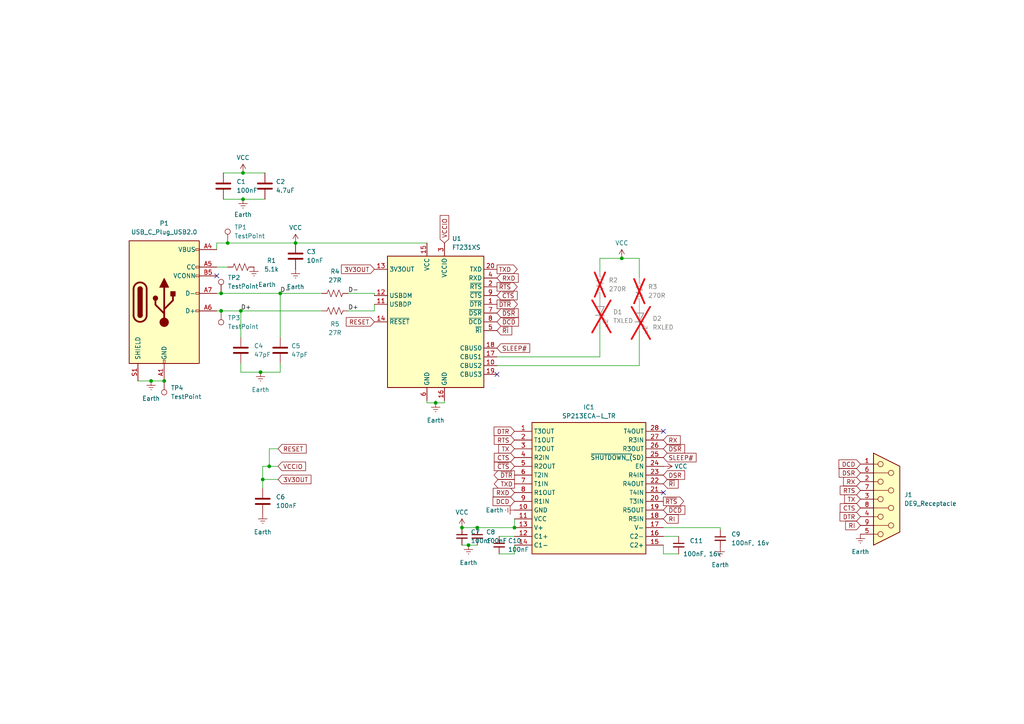
<source format=kicad_sch>
(kicad_sch (version 20231120) (generator "eeschema") (generator_version "8.0")
  (paper "A4")
  (lib_symbols
    (symbol "Connector:DE9_Receptacle" (pin_names (offset 1.016) hide)
      (property "Reference" "J1" (at 5.08 1.2701 0))
      (property "Value" "DE9_Receptacle" (at 5.08 -1.2699 0))
      (symbol "DE9_Receptacle_0_1"
        (circle (center -1.778 -10.16) (radius 0.762))
        (circle (center -1.778 -5.08) (radius 0.762))
        (circle (center -1.778 0) (radius 0.762))
        (circle (center -1.778 5.08) (radius 0.762))
        (circle (center -1.778 10.16) (radius 0.762))
        (polyline (pts (xy -3.81 -10.16) (xy -2.54 -10.16)))
        (polyline (pts (xy -3.81 -7.62) (xy 0.508 -7.62)))
        (polyline (pts (xy -3.81 -5.08) (xy -2.54 -5.08)))
        (polyline (pts (xy -3.81 -2.54) (xy 0.508 -2.54)))
        (polyline (pts (xy -3.81 0) (xy -2.54 0)))
        (polyline (pts (xy -3.81 2.54) (xy 0.508 2.54)))
        (polyline (pts (xy -3.81 5.08) (xy -2.54 5.08)))
        (polyline (pts (xy -3.81 7.62) (xy 0.508 7.62)))
        (polyline (pts (xy -3.81 10.16) (xy -2.54 10.16)))
        (polyline (pts (xy -3.81 13.335) (xy -3.81 -13.335) (xy 3.81 -9.525) (xy 3.81 9.525) (xy -3.81 13.335)) (stroke (width 0.254)) (fill (type background)))
        (circle (center 1.27 -7.62) (radius 0.762))
        (circle (center 1.27 -2.54) (radius 0.762))
        (circle (center 1.27 2.54) (radius 0.762))
        (circle (center 1.27 7.62) (radius 0.762))
      )
      (symbol "DE9_Receptacle_1_1"
        (pin passive line (at -7.62 10.16 0) (length 3.81) (name "1") (number "1"))
        (pin passive line (at -7.62 -10.16 0) (length 3.81) hide (name "5") (number "10"))
        (pin passive line (at -7.62 -10.16 0) (length 3.81) hide (name "5") (number "11"))
        (pin passive line (at -7.62 5.08 0) (length 3.81) (name "2") (number "2"))
        (pin passive line (at -7.62 0 0) (length 3.81) (name "3") (number "3"))
        (pin passive line (at -7.62 -5.08 0) (length 3.81) (name "4") (number "4"))
        (pin passive line (at -7.62 -10.16 0) (length 3.81) (name "5") (number "5"))
        (pin passive line (at -7.62 7.62 0) (length 3.81) (name "6") (number "6"))
        (pin passive line (at -7.62 2.54 0) (length 3.81) (name "7") (number "7"))
        (pin passive line (at -7.62 -2.54 0) (length 3.81) (name "8") (number "8"))
        (pin passive line (at -7.62 -7.62 0) (length 3.81) (name "9") (number "9"))
      )
    )
    (symbol "Connector:TestPoint" (pin_numbers hide) (pin_names (offset 0.762) hide)
      (property "Reference" "TP" (at 0 6.858 0))
      (property "Value" "TestPoint" (at 0 5.08 0))
      (symbol "TestPoint_0_1"
        (circle (center 0 3.302) (radius 0.762))
      )
      (symbol "TestPoint_1_1"
        (pin passive line (at 0 0 90) (length 2.54) (name "1") (number "1"))
      )
    )
    (symbol "Connector:USB_C_Plug_USB2.0" (pin_names (offset 1.016))
      (property "Reference" "P" (at -10.16 19.05 0))
      (property "Value" "USB_C_Plug_USB2.0" (at 12.7 19.05 0))
      (symbol "USB_C_Plug_USB2.0_0_0"
        (rectangle (start -0.254 -17.78) (end 0.254 -16.764))
        (rectangle (start 10.16 -2.286) (end 9.144 -2.794))
        (rectangle (start 10.16 2.794) (end 9.144 2.286))
        (rectangle (start 10.16 7.874) (end 9.144 7.366))
        (rectangle (start 10.16 10.414) (end 9.144 9.906))
        (rectangle (start 10.16 15.494) (end 9.144 14.986))
      )
      (symbol "USB_C_Plug_USB2.0_0_1"
        (rectangle (start -10.16 17.78) (end 10.16 -17.78) (stroke (width 0.254)) (fill (type background)))
        (arc (start -8.89 -3.81) (mid -6.985 -5.7067) (end -5.08 -3.81) (stroke (width 0.508)))
        (arc (start -7.62 -3.81) (mid -6.985 -4.4423) (end -6.35 -3.81) (stroke (width 0.254)))
        (arc (start -7.62 -3.81) (mid -6.985 -4.4423) (end -6.35 -3.81) (stroke (width 0.254)) (fill (type outline)))
        (rectangle (start -7.62 -3.81) (end -6.35 3.81) (stroke (width 0.254)) (fill (type outline)))
        (arc (start -6.35 3.81) (mid -6.985 4.4423) (end -7.62 3.81) (stroke (width 0.254)))
        (arc (start -6.35 3.81) (mid -6.985 4.4423) (end -7.62 3.81) (stroke (width 0.254)) (fill (type outline)))
        (arc (start -5.08 3.81) (mid -6.985 5.7067) (end -8.89 3.81) (stroke (width 0.508)))
        (circle (center -2.54 1.143) (radius 0.635) (stroke (width 0.254)) (fill (type outline)))
        (circle (center 0 -5.842) (radius 1.27) (fill (type outline)))
        (polyline (pts (xy -8.89 -3.81) (xy -8.89 3.81)) (stroke (width 0.508)))
        (polyline (pts (xy -5.08 3.81) (xy -5.08 -3.81)) (stroke (width 0.508)))
        (polyline (pts (xy 0 -5.842) (xy 0 4.318)) (stroke (width 0.508)))
        (polyline (pts (xy 0 -3.302) (xy -2.54 -0.762) (xy -2.54 0.508)) (stroke (width 0.508)))
        (polyline (pts (xy 0 -2.032) (xy 2.54 0.508) (xy 2.54 1.778)) (stroke (width 0.508)))
        (polyline (pts (xy -1.27 4.318) (xy 0 6.858) (xy 1.27 4.318) (xy -1.27 4.318)) (stroke (width 0.254)) (fill (type outline)))
        (rectangle (start 1.905 1.778) (end 3.175 3.048) (stroke (width 0.254)) (fill (type outline)))
      )
      (symbol "USB_C_Plug_USB2.0_1_1"
        (pin passive line (at 0 -22.86 90) (length 5.08) (name "GND") (number "A1"))
        (pin passive line (at 0 -22.86 90) (length 5.08) hide (name "GND") (number "A12"))
        (pin passive line (at 15.24 15.24 180) (length 5.08) (name "VBUS") (number "A4"))
        (pin bidirectional line (at 15.24 10.16 180) (length 5.08) (name "CC") (number "A5"))
        (pin bidirectional line (at 15.24 -2.54 180) (length 5.08) (name "D+") (number "A6"))
        (pin bidirectional line (at 15.24 2.54 180) (length 5.08) (name "D-") (number "A7"))
        (pin passive line (at 15.24 15.24 180) (length 5.08) hide (name "VBUS") (number "A9"))
        (pin passive line (at 0 -22.86 90) (length 5.08) hide (name "GND") (number "B1"))
        (pin passive line (at 0 -22.86 90) (length 5.08) hide (name "GND") (number "B12"))
        (pin passive line (at 15.24 15.24 180) (length 5.08) hide (name "VBUS") (number "B4"))
        (pin bidirectional line (at 15.24 7.62 180) (length 5.08) (name "VCONN") (number "B5"))
        (pin passive line (at 15.24 15.24 180) (length 5.08) hide (name "VBUS") (number "B9"))
        (pin passive line (at -7.62 -22.86 90) (length 5.08) (name "SHIELD") (number "S1"))
      )
    )
    (symbol "DB9 RS232 Adapter:SP213ECA-L_TR"
      (property "Reference" "IC?" (at 21.59 6.985 0))
      (property "Value" "SP213ECA-L_TR" (at 21.59 4.445 0))
      (symbol "SP213ECA-L_TR_1_1"
        (rectangle (start 5.08 2.54) (end 38.1 -35.56) (stroke (width 0.254)) (fill (type background)))
        (pin passive line (at 0 0 0) (length 5.08) (name "T3OUT") (number "1"))
        (pin passive line (at 0 -22.86 0) (length 5.08) (name "GND") (number "10"))
        (pin passive line (at 0 -25.4 0) (length 5.08) (name "VCC") (number "11"))
        (pin passive line (at 0 -30.48 0) (length 5.08) (name "C1+") (number "12"))
        (pin passive line (at 0 -27.94 0) (length 5.08) (name "V+") (number "13"))
        (pin passive line (at 0 -33.02 0) (length 5.08) (name "C1-") (number "14"))
        (pin passive line (at 43.18 -33.02 180) (length 5.08) (name "C2+") (number "15"))
        (pin passive line (at 43.18 -30.48 180) (length 5.08) (name "C2-") (number "16"))
        (pin passive line (at 43.18 -27.94 180) (length 5.08) (name "V-") (number "17"))
        (pin passive line (at 43.18 -25.4 180) (length 5.08) (name "R5IN") (number "18"))
        (pin passive line (at 43.18 -22.86 180) (length 5.08) (name "R5OUT") (number "19"))
        (pin passive line (at 0 -2.54 0) (length 5.08) (name "T1OUT") (number "2"))
        (pin passive line (at 43.18 -20.32 180) (length 5.08) (name "T3IN") (number "20"))
        (pin passive line (at 43.18 -17.78 180) (length 5.08) (name "T4IN") (number "21"))
        (pin passive line (at 43.18 -15.24 180) (length 5.08) (name "R4OUT") (number "22"))
        (pin passive line (at 43.18 -12.7 180) (length 5.08) (name "R4IN") (number "23"))
        (pin passive line (at 43.18 -10.16 180) (length 5.08) (name "EN") (number "24"))
        (pin passive line (at 43.18 -7.62 180) (length 5.08) (name "~{SHUTDOWN_(}SD)") (number "25"))
        (pin passive line (at 43.18 -5.08 180) (length 5.08) (name "R3OUT") (number "26"))
        (pin passive line (at 43.18 -2.54 180) (length 5.08) (name "R3IN") (number "27"))
        (pin passive line (at 43.18 0 180) (length 5.08) (name "T4OUT") (number "28"))
        (pin passive line (at 0 -5.08 0) (length 5.08) (name "T2OUT") (number "3"))
        (pin passive line (at 0 -7.62 0) (length 5.08) (name "R2IN") (number "4"))
        (pin passive line (at 0 -10.16 0) (length 5.08) (name "R2OUT") (number "5"))
        (pin passive line (at 0 -12.7 0) (length 5.08) (name "T2IN") (number "6"))
        (pin passive line (at 0 -15.24 0) (length 5.08) (name "T1IN") (number "7"))
        (pin passive line (at 0 -17.78 0) (length 5.08) (name "R1OUT") (number "8"))
        (pin passive line (at 0 -20.32 0) (length 5.08) (name "R1IN") (number "9"))
      )
    )
    (symbol "Device:C" (pin_numbers hide) (pin_names (offset 0.254))
      (property "Reference" "C" (at 0.635 2.54 0))
      (property "Value" "C" (at 0.635 -2.54 0))
      (symbol "C_0_1"
        (polyline (pts (xy -2.032 -0.762) (xy 2.032 -0.762)) (stroke (width 0.508)))
        (polyline (pts (xy -2.032 0.762) (xy 2.032 0.762)) (stroke (width 0.508)))
      )
      (symbol "C_1_1"
        (pin passive line (at 0 3.81 270) (length 2.794) (name "~") (number "1"))
        (pin passive line (at 0 -3.81 90) (length 2.794) (name "~") (number "2"))
      )
    )
    (symbol "Device:C_Small" (pin_numbers hide) (pin_names (offset 0.254) hide)
      (property "Reference" "C" (at 0.254 1.778 0))
      (property "Value" "C_Small" (at 0.254 -2.032 0))
      (symbol "C_Small_0_1"
        (polyline (pts (xy -1.524 -0.508) (xy 1.524 -0.508)) (stroke (width 0.3302)))
        (polyline (pts (xy -1.524 0.508) (xy 1.524 0.508)) (stroke (width 0.3048)))
      )
      (symbol "C_Small_1_1"
        (pin passive line (at 0 2.54 270) (length 2.032) (name "~") (number "1"))
        (pin passive line (at 0 -2.54 90) (length 2.032) (name "~") (number "2"))
      )
    )
    (symbol "Device:LED" (pin_numbers hide) (pin_names (offset 1.016) hide)
      (property "Reference" "D" (at 0 2.54 0))
      (property "Value" "LED" (at 0 -2.54 0))
      (symbol "LED_0_1"
        (polyline (pts (xy -1.27 -1.27) (xy -1.27 1.27)) (stroke (width 0.254)))
        (polyline (pts (xy -1.27 0) (xy 1.27 0)))
        (polyline (pts (xy 1.27 -1.27) (xy 1.27 1.27) (xy -1.27 0) (xy 1.27 -1.27)) (stroke (width 0.254)))
        (polyline (pts (xy -3.048 -0.762) (xy -4.572 -2.286) (xy -3.81 -2.286) (xy -4.572 -2.286) (xy -4.572 -1.524)))
        (polyline (pts (xy -1.778 -0.762) (xy -3.302 -2.286) (xy -2.54 -2.286) (xy -3.302 -2.286) (xy -3.302 -1.524)))
      )
      (symbol "LED_1_1"
        (pin passive line (at -3.81 0 0) (length 2.54) (name "K") (number "1"))
        (pin passive line (at 3.81 0 180) (length 2.54) (name "A") (number "2"))
      )
    )
    (symbol "Device:R_US" (pin_numbers hide) (pin_names (offset 0))
      (property "Reference" "R" (at 2.54 0 90))
      (property "Value" "R_US" (at -2.54 0 90))
      (symbol "R_US_0_1"
        (polyline (pts (xy 0 -2.286) (xy 0 -2.54)))
        (polyline (pts (xy 0 2.286) (xy 0 2.54)))
        (polyline (pts (xy 0 -0.762) (xy 1.016 -1.143) (xy 0 -1.524) (xy -1.016 -1.905) (xy 0 -2.286)))
        (polyline (pts (xy 0 0.762) (xy 1.016 0.381) (xy 0 0) (xy -1.016 -0.381) (xy 0 -0.762)))
        (polyline (pts (xy 0 2.286) (xy 1.016 1.905) (xy 0 1.524) (xy -1.016 1.143) (xy 0 0.762)))
      )
      (symbol "R_US_1_1"
        (pin passive line (at 0 3.81 270) (length 1.27) (name "~") (number "1"))
        (pin passive line (at 0 -3.81 90) (length 1.27) (name "~") (number "2"))
      )
    )
    (symbol "Interface_USB:FT231XS"
      (property "Reference" "U" (at -13.97 20.32 0))
      (property "Value" "FT231XS" (at 7.62 20.32 0))
      (symbol "FT231XS_0_1"
        (rectangle (start -13.97 19.05) (end 13.97 -19.05) (stroke (width 0.254)) (fill (type background)))
      )
      (symbol "FT231XS_1_1"
        (pin output line (at 17.78 5.08 180) (length 3.81) (name "~{DTR}") (number "1"))
        (pin bidirectional line (at 17.78 -12.7 180) (length 3.81) (name "CBUS2") (number "10"))
        (pin bidirectional line (at -17.78 5.08 0) (length 3.81) (name "USBDP") (number "11"))
        (pin bidirectional line (at -17.78 7.62 0) (length 3.81) (name "USBDM") (number "12"))
        (pin power_out line (at -17.78 15.24 0) (length 3.81) (name "3V3OUT") (number "13"))
        (pin input line (at -17.78 0 0) (length 3.81) (name "~{RESET}") (number "14"))
        (pin power_in line (at -2.54 22.86 270) (length 3.81) (name "VCC") (number "15"))
        (pin power_in line (at 2.54 -22.86 90) (length 3.81) (name "GND") (number "16"))
        (pin bidirectional line (at 17.78 -10.16 180) (length 3.81) (name "CBUS1") (number "17"))
        (pin bidirectional line (at 17.78 -7.62 180) (length 3.81) (name "CBUS0") (number "18"))
        (pin bidirectional line (at 17.78 -15.24 180) (length 3.81) (name "CBUS3") (number "19"))
        (pin output line (at 17.78 10.16 180) (length 3.81) (name "~{RTS}") (number "2"))
        (pin output line (at 17.78 15.24 180) (length 3.81) (name "TXD") (number "20"))
        (pin power_in line (at 2.54 22.86 270) (length 3.81) (name "VCCIO") (number "3"))
        (pin input line (at 17.78 12.7 180) (length 3.81) (name "RXD") (number "4"))
        (pin input line (at 17.78 -2.54 180) (length 3.81) (name "~{RI}") (number "5"))
        (pin power_in line (at -2.54 -22.86 90) (length 3.81) (name "GND") (number "6"))
        (pin input line (at 17.78 2.54 180) (length 3.81) (name "~{DSR}") (number "7"))
        (pin input line (at 17.78 0 180) (length 3.81) (name "~{DCD}") (number "8"))
        (pin input line (at 17.78 7.62 180) (length 3.81) (name "~{CTS}") (number "9"))
      )
    )
    (symbol "power:Earth" (power) (pin_numbers hide) (pin_names (offset 0) hide)
      (property "Value" "Earth" (at 0 -3.81 0))
      (symbol "Earth_0_1"
        (polyline (pts (xy -0.635 -1.905) (xy 0.635 -1.905)))
        (polyline (pts (xy -0.127 -2.54) (xy 0.127 -2.54)))
        (polyline (pts (xy 0 -1.27) (xy 0 0)))
        (polyline (pts (xy 1.27 -1.27) (xy -1.27 -1.27)))
      )
      (symbol "Earth_1_1"
        (pin power_in line (at 0 0 270) (length 0) (name "~") (number "1"))
      )
    )
    (symbol "power:VCC" (power) (pin_numbers hide) (pin_names (offset 0) hide)
      (property "Value" "VCC" (at 0 3.556 0))
      (symbol "VCC_0_1"
        (polyline (pts (xy -0.762 1.27) (xy 0 2.54)))
        (polyline (pts (xy 0 0) (xy 0 2.54)))
        (polyline (pts (xy 0 2.54) (xy 0.762 1.27)))
      )
      (symbol "VCC_1_1"
        (pin power_in line (at 0 0 90) (length 0) (name "~") (number "1"))
      )
    )
  )
  (junction (at 64.135 85.09))
  (junction (at 66.04 70.485))
  (junction (at 75.565 107.95))
  (junction (at 81.28 85.09))
  (junction (at 78.105 135.255))
  (junction (at 133.985 153.035))
  (junction (at 149.225 153.035))
  (junction (at 47.625 110.49))
  (junction (at 69.85 90.17))
  (junction (at 64.135 90.17))
  (junction (at 70.485 50.165))
  (junction (at 138.43 153.035))
  (junction (at 70.485 57.785))
  (junction (at 85.725 70.485))
  (junction (at 76.2 139.065))
  (junction (at 180.34 74.93))
  (junction (at 43.815 110.49))
  (junction (at 135.89 158.115))
  (junction (at 126.365 116.84))
  (no_connect (at 192.405 142.875))
  (no_connect (at 62.865 80.01))
  (no_connect (at 192.405 125.095))
  (no_connect (at 144.145 108.585))
  (wire (pts (xy 128.905 116.84) (xy 126.365 116.84)))
  (wire (pts (xy 192.405 160.655) (xy 192.405 158.115)))
  (wire (pts (xy 180.34 74.93) (xy 185.42 74.93)))
  (wire (pts (xy 81.28 107.95) (xy 75.565 107.95)))
  (wire (pts (xy 138.43 153.035) (xy 149.225 153.035)))
  (wire (pts (xy 149.225 150.495) (xy 149.225 153.035)))
  (wire (pts (xy 149.225 158.115) (xy 149.225 160.655)))
  (wire (pts (xy 80.645 135.255) (xy 78.105 135.255)))
  (wire (pts (xy 70.485 50.165) (xy 64.77 50.165)))
  (wire (pts (xy 64.135 85.09) (xy 81.28 85.09)))
  (wire (pts (xy 62.865 70.485) (xy 66.04 70.485)))
  (wire (pts (xy 173.99 78.74) (xy 173.99 74.93)))
  (wire (pts (xy 81.28 85.09) (xy 81.28 97.79)))
  (wire (pts (xy 128.905 116.205) (xy 128.905 116.84)))
  (wire (pts (xy 108.585 88.265) (xy 108.585 90.17)))
  (wire (pts (xy 185.42 74.93) (xy 185.42 80.645)))
  (wire (pts (xy 70.485 50.165) (xy 76.835 50.165)))
  (wire (pts (xy 80.645 130.175) (xy 78.105 130.175)))
  (wire (pts (xy 43.815 110.49) (xy 47.625 110.49)))
  (wire (pts (xy 81.28 85.09) (xy 93.345 85.09)))
  (wire (pts (xy 149.225 160.655) (xy 144.78 160.655)))
  (wire (pts (xy 144.145 106.045) (xy 185.42 106.045)))
  (wire (pts (xy 173.99 103.505) (xy 173.99 93.98)))
  (wire (pts (xy 64.77 57.785) (xy 70.485 57.785)))
  (wire (pts (xy 76.2 135.255) (xy 76.2 139.065)))
  (wire (pts (xy 80.645 139.065) (xy 76.2 139.065)))
  (wire (pts (xy 133.985 158.115) (xy 135.89 158.115)))
  (wire (pts (xy 126.365 116.84) (xy 123.825 116.84)))
  (wire (pts (xy 66.04 70.485) (xy 85.725 70.485)))
  (wire (pts (xy 70.485 57.785) (xy 76.835 57.785)))
  (wire (pts (xy 123.825 116.84) (xy 123.825 116.205)))
  (wire (pts (xy 100.965 85.09) (xy 108.585 85.09)))
  (wire (pts (xy 144.78 155.575) (xy 149.225 155.575)))
  (wire (pts (xy 144.145 103.505) (xy 173.99 103.505)))
  (wire (pts (xy 64.135 90.17) (xy 62.865 90.17)))
  (wire (pts (xy 173.99 74.93) (xy 180.34 74.93)))
  (wire (pts (xy 135.89 158.115) (xy 138.43 158.115)))
  (wire (pts (xy 192.405 153.035) (xy 208.915 153.035)))
  (wire (pts (xy 62.865 70.485) (xy 62.865 72.39)))
  (wire (pts (xy 69.85 107.95) (xy 69.85 105.41)))
  (wire (pts (xy 192.405 155.575) (xy 196.85 155.575)))
  (wire (pts (xy 126.365 116.205) (xy 126.365 116.84)))
  (wire (pts (xy 69.85 90.17) (xy 93.345 90.17)))
  (wire (pts (xy 133.985 153.035) (xy 138.43 153.035)))
  (wire (pts (xy 69.85 97.79) (xy 69.85 90.17)))
  (wire (pts (xy 69.85 90.17) (xy 64.135 90.17)))
  (wire (pts (xy 78.105 130.175) (xy 78.105 135.255)))
  (wire (pts (xy 208.915 153.035) (xy 208.915 153.67)))
  (wire (pts (xy 78.105 135.255) (xy 76.2 135.255)))
  (wire (pts (xy 108.585 85.09) (xy 108.585 85.725)))
  (wire (pts (xy 76.2 139.065) (xy 76.2 141.605)))
  (wire (pts (xy 62.865 85.09) (xy 64.135 85.09)))
  (wire (pts (xy 123.825 70.485) (xy 85.725 70.485)))
  (wire (pts (xy 40.005 110.49) (xy 43.815 110.49)))
  (wire (pts (xy 75.565 107.95) (xy 69.85 107.95)))
  (wire (pts (xy 81.28 105.41) (xy 81.28 107.95)))
  (wire (pts (xy 196.85 160.655) (xy 192.405 160.655)))
  (wire (pts (xy 185.42 106.045) (xy 185.42 95.885)))
  (wire (pts (xy 62.865 77.47) (xy 66.04 77.47)))
  (wire (pts (xy 100.965 90.17) (xy 108.585 90.17)))
  (label "D-" (at 81.28 85.09 0))
  (label "D-" (at 100.965 85.09 0))
  (label "D+" (at 69.85 90.17 0))
  (label "D+" (at 100.965 90.17 0))
  (global_label "CTS" (shape input) (at 249.555 147.32 180) (property "Intersheetrefs" "${INTERSHEET_REFS}" (effects (hide yes))))
  (global_label "RESET" (shape input) (at 108.585 93.345 180) (property "Intersheetrefs" "${INTERSHEET_REFS}" (effects (hide yes))))
  (global_label "DSR" (shape input) (at 192.405 137.795 0) (property "Intersheetrefs" "${INTERSHEET_REFS}" (effects (hide yes))))
  (global_label "TXD" (shape output) (at 144.145 78.105 0) (property "Intersheetrefs" "${INTERSHEET_REFS}" (effects (hide yes))))
  (global_label "~{DSR}" (shape input) (at 192.405 130.175 0) (property "Intersheetrefs" "${INTERSHEET_REFS}" (effects (hide yes))))
  (global_label "VCCIO" (shape input) (at 80.645 135.255 0) (property "Intersheetrefs" "${INTERSHEET_REFS}" (effects (hide yes))))
  (global_label "RX" (shape input) (at 192.405 127.635 0) (property "Intersheetrefs" "${INTERSHEET_REFS}" (effects (hide yes))))
  (global_label "~{DTR}" (shape output) (at 149.225 137.795 180) (property "Intersheetrefs" "${INTERSHEET_REFS}" (effects (hide yes))))
  (global_label "DCD" (shape input) (at 249.555 134.62 180) (property "Intersheetrefs" "${INTERSHEET_REFS}" (effects (hide yes))))
  (global_label "TX" (shape input) (at 149.225 130.175 180) (property "Intersheetrefs" "${INTERSHEET_REFS}" (effects (hide yes))))
  (global_label "RI" (shape input) (at 249.555 152.4 180) (property "Intersheetrefs" "${INTERSHEET_REFS}" (effects (hide yes))))
  (global_label "~{DTR}" (shape output) (at 144.145 88.265 0) (property "Intersheetrefs" "${INTERSHEET_REFS}" (effects (hide yes))))
  (global_label "RTS" (shape input) (at 249.555 142.24 180) (property "Intersheetrefs" "${INTERSHEET_REFS}" (effects (hide yes))))
  (global_label "~{RTS}" (shape output) (at 144.145 83.185 0) (property "Intersheetrefs" "${INTERSHEET_REFS}" (effects (hide yes))))
  (global_label "~{DSR}" (shape input) (at 144.145 90.805 0) (property "Intersheetrefs" "${INTERSHEET_REFS}" (effects (hide yes))))
  (global_label "~{RTS}" (shape output) (at 192.405 145.415 0) (property "Intersheetrefs" "${INTERSHEET_REFS}" (effects (hide yes))))
  (global_label "VCCIO" (shape input) (at 128.905 70.485 90) (property "Intersheetrefs" "${INTERSHEET_REFS}" (effects (hide yes))))
  (global_label "DSR" (shape input) (at 249.555 137.16 180) (property "Intersheetrefs" "${INTERSHEET_REFS}" (effects (hide yes))))
  (global_label "RXD" (shape input) (at 144.145 80.645 0) (property "Intersheetrefs" "${INTERSHEET_REFS}" (effects (hide yes))))
  (global_label "~{CTS}" (shape input) (at 144.145 85.725 0) (property "Intersheetrefs" "${INTERSHEET_REFS}" (effects (hide yes))))
  (global_label "RXD" (shape input) (at 149.225 142.875 180) (property "Intersheetrefs" "${INTERSHEET_REFS}" (effects (hide yes))))
  (global_label "CTS" (shape input) (at 149.225 132.715 180) (property "Intersheetrefs" "${INTERSHEET_REFS}" (effects (hide yes))))
  (global_label "SLEEP#" (shape input) (at 192.405 132.715 0) (property "Intersheetrefs" "${INTERSHEET_REFS}" (effects (hide yes))))
  (global_label "RTS" (shape input) (at 149.225 127.635 180) (property "Intersheetrefs" "${INTERSHEET_REFS}" (effects (hide yes))))
  (global_label "3V3OUT" (shape input) (at 108.585 78.105 180) (property "Intersheetrefs" "${INTERSHEET_REFS}" (effects (hide yes))))
  (global_label "SLEEP#" (shape input) (at 144.145 100.965 0) (property "Intersheetrefs" "${INTERSHEET_REFS}" (effects (hide yes))))
  (global_label "~{RI}" (shape input) (at 192.405 140.335 0) (property "Intersheetrefs" "${INTERSHEET_REFS}" (effects (hide yes))))
  (global_label "TXD" (shape output) (at 149.225 140.335 180) (property "Intersheetrefs" "${INTERSHEET_REFS}" (effects (hide yes))))
  (global_label "~{DCD}" (shape input) (at 192.405 147.955 0) (property "Intersheetrefs" "${INTERSHEET_REFS}" (effects (hide yes))))
  (global_label "TX" (shape input) (at 249.555 144.78 180) (property "Intersheetrefs" "${INTERSHEET_REFS}" (effects (hide yes))))
  (global_label "~{DCD}" (shape input) (at 144.145 93.345 0) (property "Intersheetrefs" "${INTERSHEET_REFS}" (effects (hide yes))))
  (global_label "RX" (shape input) (at 249.555 139.7 180) (property "Intersheetrefs" "${INTERSHEET_REFS}" (effects (hide yes))))
  (global_label "DTR" (shape input) (at 149.225 125.095 180) (property "Intersheetrefs" "${INTERSHEET_REFS}" (effects (hide yes))))
  (global_label "~{RI}" (shape input) (at 144.145 95.885 0) (property "Intersheetrefs" "${INTERSHEET_REFS}" (effects (hide yes))))
  (global_label "3V3OUT" (shape input) (at 80.645 139.065 0) (property "Intersheetrefs" "${INTERSHEET_REFS}" (effects (hide yes))))
  (global_label "DTR" (shape input) (at 249.555 149.86 180) (property "Intersheetrefs" "${INTERSHEET_REFS}" (effects (hide yes))))
  (global_label "RI" (shape input) (at 192.405 150.495 0) (property "Intersheetrefs" "${INTERSHEET_REFS}" (effects (hide yes))))
  (global_label "DCD" (shape input) (at 149.225 145.415 180) (property "Intersheetrefs" "${INTERSHEET_REFS}" (effects (hide yes))))
  (global_label "~{CTS}" (shape input) (at 149.225 135.255 180) (property "Intersheetrefs" "${INTERSHEET_REFS}" (effects (hide yes))))
  (global_label "RESET" (shape input) (at 80.645 130.175 0) (property "Intersheetrefs" "${INTERSHEET_REFS}" (effects (hide yes))))
  (symbol (lib_id "power:Earth") (at 85.725 78.105 0) (unit 1)
    (property "Reference" "#PWR06" (effects (hide yes)))
    (property "Value" "Earth" (at 85.725 83.185 0))
    (property "Description" "Power symbol creates a global label with name \"Earth\"" (effects (hide yes)))
  )
  (symbol (lib_id "power:VCC") (at 85.725 70.485 0) (unit 1)
    (property "Reference" "#PWR03" (effects (hide yes)))
    (property "Value" "VCC" (at 85.725 66.04 0))
    (property "Description" "Power symbol creates a global label with name \"VCC\"" (effects (hide yes)))
  )
  (symbol (lib_id "Connector:TestPoint") (at 66.04 70.485 0) (unit 1)
    (property "Reference" "TP1" (at 67.945 65.9129 0) (effects (justify left)))
    (property "Value" "TestPoint" (at 67.945 68.4529 0) (effects (justify left)))
    (property "Footprint" "TestPoint:TestPoint_Pad_D2.0mm" (effects (hide yes)))
    (property "Description" "test point" (effects (hide yes)))
  )
  (symbol (lib_id "Device:C") (at 64.77 53.975 0) (unit 1)
    (property "Reference" "C1" (at 68.58 52.7049 0) (effects (justify left)))
    (property "Value" "100nF" (at 68.58 55.2449 0) (effects (justify left)))
    (property "Footprint" "Capacitor_SMD:C_0402_1005Metric" (effects (hide yes)))
    (property "Description" "Unpolarized capacitor" (effects (hide yes)))
  )
  (symbol (lib_id "power:Earth") (at 43.815 110.49 0) (unit 1)
    (property "Reference" "#PWR08" (effects (hide yes)))
    (property "Value" "Earth" (at 43.815 115.57 0))
    (property "Description" "Power symbol creates a global label with name \"Earth\"" (effects (hide yes)))
  )
  (symbol (lib_id "Device:C_Small") (at 208.915 156.21 0) (unit 1)
    (property "Reference" "C9" (at 212.09 154.9462 0) (effects (justify left)))
    (property "Value" "100nF, 16v" (at 212.09 157.4862 0) (effects (justify left)))
    (property "Footprint" "Capacitor_SMD:C_0402_1005Metric" (effects (hide yes)))
    (property "Description" "Unpolarized capacitor, small symbol" (effects (hide yes)))
  )
  (symbol (lib_id "power:VCC") (at 180.34 74.93 0) (unit 1)
    (property "Reference" "#PWR04" (effects (hide yes)))
    (property "Value" "VCC" (at 180.34 70.485 0))
    (property "Description" "Power symbol creates a global label with name \"VCC\"" (effects (hide yes)))
  )
  (symbol (lib_id "Device:C") (at 76.2 145.415 0) (unit 1)
    (property "Reference" "C6" (at 80.01 144.1449 0) (effects (justify left)))
    (property "Value" "100nF" (at 80.01 146.6849 0) (effects (justify left)))
    (property "Footprint" "Capacitor_SMD:C_0402_1005Metric" (effects (hide yes)))
    (property "Description" "Unpolarized capacitor" (effects (hide yes)))
  )
  (symbol (lib_id "power:VCC") (at 133.985 153.035 0) (unit 1)
    (property "Reference" "#PWR013" (effects (hide yes)))
    (property "Value" "VCC" (at 133.985 148.59 0))
    (property "Description" "Power symbol creates a global label with name \"VCC\"" (effects (hide yes)))
  )
  (symbol (lib_id "Device:C") (at 85.725 74.295 0) (unit 1)
    (property "Reference" "C3" (at 88.9 73.0249 0) (effects (justify left)))
    (property "Value" "10nF" (at 88.9 75.5649 0) (effects (justify left)))
    (property "Footprint" "Capacitor_SMD:C_0402_1005Metric" (effects (hide yes)))
    (property "Description" "Unpolarized capacitor" (effects (hide yes)))
  )
  (symbol (lib_id "Connector:DE9_Receptacle") (at 257.175 144.78 0) (unit 1)
    (property "Reference" "J1" (at 262.255 143.5099 0) (effects (justify left)))
    (property "Value" "DE9_Receptacle" (at 262.255 146.0499 0) (effects (justify left)))
    (property "Footprint" "DB9 RS232 Adapter:CONN9_K31X_KYC" (effects (hide yes)))
    (property "Datasheet" " ~" (effects (hide yes)))
    (property "Description" "9-pin female receptacle socket D-SUB connector" (effects (hide yes)))
  )
  (symbol (lib_id "Device:LED") (at 185.42 92.075 90) (unit 1) (dnp yes)
    (property "Reference" "D2" (at 189.23 92.3924 90) (effects (justify right)))
    (property "Value" "RXLED" (at 189.23 94.9324 90) (effects (justify right)))
    (property "Footprint" "LED_SMD:LED_0603_1608Metric" (effects (hide yes)))
    (property "Description" "Light emitting diode" (effects (hide yes)))
  )
  (symbol (lib_id "Device:R_US") (at 185.42 84.455 0) (unit 1) (dnp yes)
    (property "Reference" "R3" (at 187.96 83.1849 0) (effects (justify left)))
    (property "Value" "270R" (at 187.96 85.7249 0) (effects (justify left)))
    (property "Footprint" "Resistor_SMD:R_0603_1608Metric" (effects (hide yes)))
    (property "Description" "Resistor, US symbol" (effects (hide yes)))
  )
  (symbol (lib_id "Device:R_US") (at 69.85 77.47 90) (unit 1)
    (property "Reference" "R1" (at 78.74 75.565 90))
    (property "Value" "5.1k" (at 78.74 78.105 90))
    (property "Footprint" "Resistor_SMD:R_0402_1005Metric" (effects (hide yes)))
    (property "Description" "Resistor, US symbol" (effects (hide yes)))
  )
  (symbol (lib_id "power:Earth") (at 249.555 154.94 0) (unit 1)
    (property "Reference" "#PWR014" (effects (hide yes)))
    (property "Value" "Earth" (at 249.555 160.02 0))
    (property "Description" "Power symbol creates a global label with name \"Earth\"" (effects (hide yes)))
  )
  (symbol (lib_id "Device:LED") (at 173.99 90.17 90) (unit 1) (dnp yes)
    (property "Reference" "D1" (at 177.8 90.4874 90) (effects (justify right)))
    (property "Value" "TXLED" (at 177.8 93.0274 90) (effects (justify right)))
    (property "Footprint" "LED_SMD:LED_0603_1608Metric" (effects (hide yes)))
    (property "Description" "Light emitting diode" (effects (hide yes)))
  )
  (symbol (lib_id "power:Earth") (at 135.89 158.115 0) (unit 1)
    (property "Reference" "#PWR015" (effects (hide yes)))
    (property "Value" "Earth" (at 135.89 163.195 0))
    (property "Description" "Power symbol creates a global label with name \"Earth\"" (effects (hide yes)))
  )
  (symbol (lib_id "Device:C_Small") (at 138.43 155.575 0) (unit 1)
    (property "Reference" "C8" (at 140.97 154.3112 0) (effects (justify left)))
    (property "Value" "100nF" (at 140.97 156.8512 0) (effects (justify left)))
    (property "Footprint" "Capacitor_SMD:C_0402_1005Metric" (effects (hide yes)))
    (property "Description" "Unpolarized capacitor, small symbol" (effects (hide yes)))
  )
  (symbol (lib_id "Connector:USB_C_Plug_USB2.0") (at 47.625 87.63 0) (unit 1)
    (property "Reference" "P1" (at 47.625 64.77 0))
    (property "Value" "USB_C_Plug_USB2.0" (at 47.625 67.31 0))
    (property "Footprint" "Expansion_Card:USB_C_Plug_Molex_105444" (effects (hide yes)))
    (property "Datasheet" "https://www.usb.org/sites/default/files/documents/usb_type-c.zip" (effects (hide yes)))
    (property "Description" "USB 2.0-only Type-C Plug connector" (effects (hide yes)))
  )
  (symbol (lib_id "Connector:TestPoint") (at 47.625 110.49 180) (unit 1)
    (property "Reference" "TP4" (at 49.53 112.5219 0) (effects (justify right)))
    (property "Value" "TestPoint" (at 49.53 115.0619 0) (effects (justify right)))
    (property "Footprint" "TestPoint:TestPoint_Pad_D2.0mm" (effects (hide yes)))
    (property "Description" "test point" (effects (hide yes)))
  )
  (symbol (lib_id "power:Earth") (at 70.485 57.785 0) (unit 1)
    (property "Reference" "#PWR02" (effects (hide yes)))
    (property "Value" "Earth" (at 70.485 62.23 0))
    (property "Description" "Power symbol creates a global label with name \"Earth\"" (effects (hide yes)))
  )
  (symbol (lib_id "power:Earth") (at 149.225 147.955 270) (unit 1)
    (property "Reference" "#PWR011" (effects (hide yes)))
    (property "Value" "Earth" (at 146.05 147.9549 90) (effects (justify right)))
    (property "Description" "Power symbol creates a global label with name \"Earth\"" (effects (hide yes)))
  )
  (symbol (lib_id "Device:C") (at 76.835 53.975 0) (unit 1)
    (property "Reference" "C2" (at 80.01 52.7049 0) (effects (justify left)))
    (property "Value" "4.7uF" (at 80.01 55.2449 0) (effects (justify left)))
    (property "Footprint" "Capacitor_SMD:C_0402_1005Metric" (effects (hide yes)))
    (property "Description" "Unpolarized capacitor" (effects (hide yes)))
  )
  (symbol (lib_id "Device:R_US") (at 97.155 85.09 270) (unit 1)
    (property "Reference" "R4" (at 97.155 78.74 90))
    (property "Value" "27R" (at 97.155 81.28 90))
    (property "Footprint" "Resistor_SMD:R_0603_1608Metric" (effects (hide yes)))
    (property "Description" "Resistor, US symbol" (effects (hide yes)))
  )
  (symbol (lib_id "Device:C_Small") (at 196.85 158.115 0) (unit 1)
    (property "Reference" "C11" (at 200.025 156.8512 0) (effects (justify left)))
    (property "Value" "100nF, 16v" (at 198.12 160.655 0) (effects (justify left)))
    (property "Footprint" "Capacitor_SMD:C_0402_1005Metric" (effects (hide yes)))
    (property "Description" "Unpolarized capacitor, small symbol" (effects (hide yes)))
  )
  (symbol (lib_id "Device:R_US") (at 173.99 82.55 0) (unit 1) (dnp yes)
    (property "Reference" "R2" (at 176.53 81.2799 0) (effects (justify left)))
    (property "Value" "270R" (at 176.53 83.8199 0) (effects (justify left)))
    (property "Footprint" "Resistor_SMD:R_0603_1608Metric" (effects (hide yes)))
    (property "Description" "Resistor, US symbol" (effects (hide yes)))
  )
  (symbol (lib_id "power:Earth") (at 126.365 116.84 0) (unit 1)
    (property "Reference" "#PWR09" (effects (hide yes)))
    (property "Value" "Earth" (at 126.365 121.92 0))
    (property "Description" "Power symbol creates a global label with name \"Earth\"" (effects (hide yes)))
  )
  (symbol (lib_id "Device:R_US") (at 97.155 90.17 270) (unit 1)
    (property "Reference" "R5" (at 97.155 93.98 90))
    (property "Value" "27R" (at 97.155 96.52 90))
    (property "Footprint" "Resistor_SMD:R_0603_1608Metric" (effects (hide yes)))
    (property "Description" "Resistor, US symbol" (effects (hide yes)))
  )
  (symbol (lib_id "power:VCC") (at 192.405 135.255 270) (unit 1)
    (property "Reference" "#PWR010" (effects (hide yes)))
    (property "Value" "VCC" (at 195.58 135.2549 90) (effects (justify left)))
    (property "Description" "Power symbol creates a global label with name \"VCC\"" (effects (hide yes)))
  )
  (symbol (lib_id "Device:C_Small") (at 144.78 158.115 0) (unit 1)
    (property "Reference" "C10" (at 147.32 156.8512 0) (effects (justify left)))
    (property "Value" "100nF" (at 147.32 159.3912 0) (effects (justify left)))
    (property "Footprint" "Capacitor_SMD:C_0402_1005Metric" (effects (hide yes)))
    (property "Description" "Unpolarized capacitor, small symbol" (effects (hide yes)))
  )
  (symbol (lib_id "Device:C") (at 69.85 101.6 0) (unit 1)
    (property "Reference" "C4" (at 73.66 100.3299 0) (effects (justify left)))
    (property "Value" "47pF" (at 73.66 102.8699 0) (effects (justify left)))
    (property "Footprint" "Capacitor_SMD:C_0402_1005Metric" (effects (hide yes)))
    (property "Description" "Unpolarized capacitor" (effects (hide yes)))
  )
  (symbol (lib_id "Device:C") (at 81.28 101.6 0) (unit 1)
    (property "Reference" "C5" (at 84.455 100.3299 0) (effects (justify left)))
    (property "Value" "47pF" (at 84.455 102.8699 0) (effects (justify left)))
    (property "Footprint" "Capacitor_SMD:C_0402_1005Metric" (effects (hide yes)))
    (property "Description" "Unpolarized capacitor" (effects (hide yes)))
  )
  (symbol (lib_id "power:Earth") (at 75.565 107.95 0) (unit 1)
    (property "Reference" "#PWR07" (effects (hide yes)))
    (property "Value" "Earth" (at 75.565 113.03 0))
    (property "Description" "Power symbol creates a global label with name \"Earth\"" (effects (hide yes)))
  )
  (symbol (lib_id "power:Earth") (at 73.66 77.47 0) (unit 1)
    (property "Reference" "#PWR05" (effects (hide yes)))
    (property "Value" "Earth" (at 77.47 82.55 0))
    (property "Description" "Power symbol creates a global label with name \"Earth\"" (effects (hide yes)))
  )
  (symbol (lib_id "power:Earth") (at 208.915 158.75 0) (unit 1)
    (property "Reference" "#PWR016" (effects (hide yes)))
    (property "Value" "Earth" (at 208.915 163.83 0))
    (property "Description" "Power symbol creates a global label with name \"Earth\"" (effects (hide yes)))
  )
  (symbol (lib_id "Connector:TestPoint") (at 64.135 90.17 180) (unit 1)
    (property "Reference" "TP3" (at 66.04 92.2019 0) (effects (justify right)))
    (property "Value" "TestPoint" (at 66.04 94.7419 0) (effects (justify right)))
    (property "Footprint" "TestPoint:TestPoint_Pad_1.0x1.0mm" (effects (hide yes)))
    (property "Description" "test point" (effects (hide yes)))
  )
  (symbol (lib_id "Device:C_Small") (at 133.985 155.575 0) (unit 1)
    (property "Reference" "C7" (at 136.525 154.3112 0) (effects (justify left)))
    (property "Value" "100nF" (at 136.525 156.8512 0) (effects (justify left)))
    (property "Footprint" "Capacitor_SMD:C_0402_1005Metric" (effects (hide yes)))
    (property "Description" "Unpolarized capacitor, small symbol" (effects (hide yes)))
  )
  (symbol (lib_id "power:VCC") (at 70.485 50.165 0) (unit 1)
    (property "Reference" "#PWR01" (effects (hide yes)))
    (property "Value" "VCC" (at 70.485 45.72 0))
    (property "Description" "Power symbol creates a global label with name \"VCC\"" (effects (hide yes)))
  )
  (symbol (lib_id "Connector:TestPoint") (at 64.135 85.09 0) (unit 1)
    (property "Reference" "TP2" (at 66.04 80.5179 0) (effects (justify left)))
    (property "Value" "TestPoint" (at 66.04 83.0579 0) (effects (justify left)))
    (property "Footprint" "TestPoint:TestPoint_Pad_1.0x1.0mm" (effects (hide yes)))
    (property "Description" "test point" (effects (hide yes)))
  )
  (symbol (lib_id "Interface_USB:FT231XS") (at 126.365 93.345 0) (unit 1)
    (property "Reference" "U1" (at 131.0991 69.215 0) (effects (justify left)))
    (property "Value" "FT231XS" (at 131.0991 71.755 0) (effects (justify left)))
    (property "Footprint" "Package_SO:SSOP-20_3.9x8.7mm_P0.635mm" (effects (hide yes)))
    (property "Datasheet" "https://www.ftdichip.com/Support/Documents/DataSheets/ICs/DS_FT231X.pdf" (effects (hide yes)))
    (property "Description" "Full Speed USB to Full Handshake UART, SSOP-20" (effects (hide yes)))
  )
  (symbol (lib_id "DB9 RS232 Adapter:SP213ECA-L_TR") (at 149.225 125.095 0) (unit 1)
    (property "Reference" "IC1" (at 170.815 118.11 0))
    (property "Value" "SP213ECA-L_TR" (at 170.815 120.65 0))
    (property "Footprint" "DB9 RS232 Adapter:SOP65P780X200-28N" (effects (hide yes)))
    (property "Datasheet" "https://www.maxlinear.com/ds/sp208e_sp211e_sp213e.pdf" (effects (hide yes)))
    (property "Description" "RS-232 Interface IC 5V 4-DRVR/5-RCVR RS-232 0-70C" (effects (hide yes)))
    (property "Height" "2" (effects (hide yes)))
    (property "Manufacturer_Name" "MaxLinear, Inc." (effects (hide yes)))
    (property "Manufacturer_Part_Number" "SP213ECA-L/TR" (effects (hide yes)))
    (property "Mouser Part Number" "701-SP213ECA-L/TR" (effects (hide yes)))
    (property "Mouser Price/Stock" "https://www.mouser.co.uk/ProductDetail/MaxLinear/SP213ECA-L-TR?qs=Hy8V1%2FADhVI2Cuc5PrC9RQ%3D%3D" (effects (hide yes)))
    (property "Arrow Part Number" "SP213ECA-L/TR" (effects (hide yes)))
    (property "Arrow Price/Stock" "https://www.arrow.com/en/products/sp213eca-ltr/maxlinear-inc?region=nac" (effects (hide yes)))
  )
  (symbol (lib_id "power:Earth") (at 76.2 149.225 0) (unit 1)
    (property "Reference" "#PWR012" (effects (hide yes)))
    (property "Value" "Earth" (at 76.2 154.305 0))
    (property "Description" "Power symbol creates a global label with name \"Earth\"" (effects (hide yes)))
  )
)
</source>
